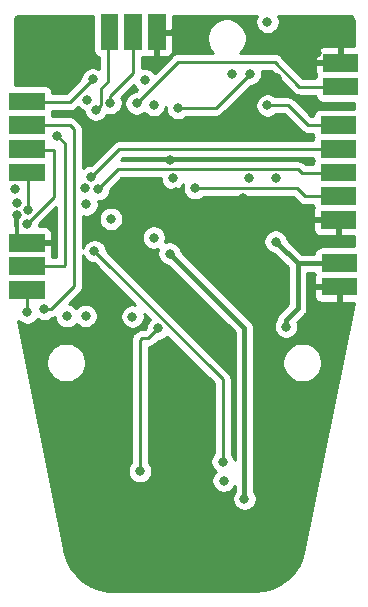
<source format=gbr>
G04 #@! TF.GenerationSoftware,KiCad,Pcbnew,(5.1.5)-3*
G04 #@! TF.CreationDate,2020-09-28T16:56:36+02:00*
G04 #@! TF.ProjectId,MAX30102_Pulse Ox,4d415833-3031-4303-925f-50756c736520,v1.4*
G04 #@! TF.SameCoordinates,Original*
G04 #@! TF.FileFunction,Copper,L4,Bot*
G04 #@! TF.FilePolarity,Positive*
%FSLAX46Y46*%
G04 Gerber Fmt 4.6, Leading zero omitted, Abs format (unit mm)*
G04 Created by KiCad (PCBNEW (5.1.5)-3) date 2020-09-28 16:56:36*
%MOMM*%
%LPD*%
G04 APERTURE LIST*
%ADD10C,0.100000*%
%ADD11C,0.800000*%
%ADD12C,0.304800*%
%ADD13C,0.381000*%
%ADD14C,0.254000*%
G04 APERTURE END LIST*
G04 #@! TA.AperFunction,SMDPad,CuDef*
D10*
G36*
X156550000Y-86150000D02*
G01*
X159550000Y-86150000D01*
X159550000Y-87650000D01*
X156550000Y-87650000D01*
X156550000Y-86150000D01*
G37*
G04 #@! TD.AperFunction*
G04 #@! TA.AperFunction,SMDPad,CuDef*
G36*
X156550000Y-88150000D02*
G01*
X159550000Y-88150000D01*
X159550000Y-89650000D01*
X156550000Y-89650000D01*
X156550000Y-88150000D01*
G37*
G04 #@! TD.AperFunction*
G04 #@! TA.AperFunction,SMDPad,CuDef*
G36*
X156550000Y-90150000D02*
G01*
X159550000Y-90150000D01*
X159550000Y-91650000D01*
X156550000Y-91650000D01*
X156550000Y-90150000D01*
G37*
G04 #@! TD.AperFunction*
G04 #@! TA.AperFunction,SMDPad,CuDef*
G36*
X156550000Y-84150000D02*
G01*
X159550000Y-84150000D01*
X159550000Y-85650000D01*
X156550000Y-85650000D01*
X156550000Y-84150000D01*
G37*
G04 #@! TD.AperFunction*
G04 #@! TA.AperFunction,SMDPad,CuDef*
G36*
X156550000Y-92150000D02*
G01*
X159550000Y-92150000D01*
X159550000Y-93650000D01*
X156550000Y-93650000D01*
X156550000Y-92150000D01*
G37*
G04 #@! TD.AperFunction*
G04 #@! TA.AperFunction,SMDPad,CuDef*
G36*
X141925000Y-78525000D02*
G01*
X141925000Y-75525000D01*
X143425000Y-75525000D01*
X143425000Y-78525000D01*
X141925000Y-78525000D01*
G37*
G04 #@! TD.AperFunction*
G04 #@! TA.AperFunction,SMDPad,CuDef*
G36*
X139925000Y-78525000D02*
G01*
X139925000Y-75525000D01*
X141425000Y-75525000D01*
X141425000Y-78525000D01*
X139925000Y-78525000D01*
G37*
G04 #@! TD.AperFunction*
G04 #@! TA.AperFunction,SMDPad,CuDef*
G36*
X137925000Y-78525000D02*
G01*
X137925000Y-75525000D01*
X139425000Y-75525000D01*
X139425000Y-78525000D01*
X137925000Y-78525000D01*
G37*
G04 #@! TD.AperFunction*
G04 #@! TA.AperFunction,SMDPad,CuDef*
G36*
X133200000Y-99600000D02*
G01*
X130200000Y-99600000D01*
X130200000Y-98100000D01*
X133200000Y-98100000D01*
X133200000Y-99600000D01*
G37*
G04 #@! TD.AperFunction*
G04 #@! TA.AperFunction,SMDPad,CuDef*
G36*
X133200000Y-97600000D02*
G01*
X130200000Y-97600000D01*
X130200000Y-96100000D01*
X133200000Y-96100000D01*
X133200000Y-97600000D01*
G37*
G04 #@! TD.AperFunction*
G04 #@! TA.AperFunction,SMDPad,CuDef*
G36*
X133200000Y-95600000D02*
G01*
X130200000Y-95600000D01*
X130200000Y-94100000D01*
X133200000Y-94100000D01*
X133200000Y-95600000D01*
G37*
G04 #@! TD.AperFunction*
G04 #@! TA.AperFunction,SMDPad,CuDef*
G36*
X133200000Y-87650000D02*
G01*
X130200000Y-87650000D01*
X130200000Y-86150000D01*
X133200000Y-86150000D01*
X133200000Y-87650000D01*
G37*
G04 #@! TD.AperFunction*
G04 #@! TA.AperFunction,SMDPad,CuDef*
G36*
X133200000Y-85650000D02*
G01*
X130200000Y-85650000D01*
X130200000Y-84150000D01*
X133200000Y-84150000D01*
X133200000Y-85650000D01*
G37*
G04 #@! TD.AperFunction*
G04 #@! TA.AperFunction,SMDPad,CuDef*
G36*
X133200000Y-89650000D02*
G01*
X130200000Y-89650000D01*
X130200000Y-88150000D01*
X133200000Y-88150000D01*
X133200000Y-89650000D01*
G37*
G04 #@! TD.AperFunction*
G04 #@! TA.AperFunction,SMDPad,CuDef*
G36*
X133200000Y-83650000D02*
G01*
X130200000Y-83650000D01*
X130200000Y-82150000D01*
X133200000Y-82150000D01*
X133200000Y-83650000D01*
G37*
G04 #@! TD.AperFunction*
G04 #@! TA.AperFunction,SMDPad,CuDef*
G36*
X159750000Y-80375000D02*
G01*
X156750000Y-80375000D01*
X156750000Y-78875000D01*
X159750000Y-78875000D01*
X159750000Y-80375000D01*
G37*
G04 #@! TD.AperFunction*
G04 #@! TA.AperFunction,SMDPad,CuDef*
G36*
X159750000Y-82375000D02*
G01*
X156750000Y-82375000D01*
X156750000Y-80875000D01*
X159750000Y-80875000D01*
X159750000Y-82375000D01*
G37*
G04 #@! TD.AperFunction*
G04 #@! TA.AperFunction,SMDPad,CuDef*
G36*
X156650000Y-95800000D02*
G01*
X159650000Y-95800000D01*
X159650000Y-97300000D01*
X156650000Y-97300000D01*
X156650000Y-95800000D01*
G37*
G04 #@! TD.AperFunction*
G04 #@! TA.AperFunction,SMDPad,CuDef*
G36*
X156650000Y-97800000D02*
G01*
X159650000Y-97800000D01*
X159650000Y-99300000D01*
X156650000Y-99300000D01*
X156650000Y-97800000D01*
G37*
G04 #@! TD.AperFunction*
D11*
X144275000Y-76850000D03*
X136175000Y-79250000D03*
X149975000Y-91100000D03*
X144275000Y-90550000D03*
X130825000Y-92525000D03*
X158500000Y-100700000D03*
X156075000Y-112100000D03*
X134225000Y-112700000D03*
X144975000Y-109850000D03*
X146925000Y-100800000D03*
X156250000Y-78775000D03*
X152900000Y-80875000D03*
X143825493Y-87854661D03*
X155825000Y-94500000D03*
X147975000Y-121850000D03*
X151700000Y-121050000D03*
X138150000Y-121125000D03*
X152050000Y-76150000D03*
X149025000Y-80550000D03*
X148350000Y-114999990D03*
X130649799Y-90316780D03*
X136575000Y-90200000D03*
X144050000Y-89375000D03*
X140625000Y-101100000D03*
X136650000Y-101050000D03*
X135075000Y-101075000D03*
X152750000Y-89400000D03*
X153625000Y-101950000D03*
X152750000Y-94750000D03*
X143775000Y-95775000D03*
X150100000Y-116525000D03*
X145925000Y-90225000D03*
X150575000Y-80525000D03*
X144475000Y-83425000D03*
X142425000Y-83175000D03*
X150500000Y-89329410D03*
X140975000Y-83050000D03*
X137525000Y-83575000D03*
X137125000Y-89300000D03*
X137725000Y-90325000D03*
X136800000Y-82725000D03*
X136725000Y-91600000D03*
X138787500Y-92837500D03*
X141700000Y-81100000D03*
X137400000Y-95575002D03*
X148250000Y-113375000D03*
X142425000Y-94425000D03*
X138750000Y-83000000D03*
X152050000Y-83225000D03*
X131725000Y-100750000D03*
X130825000Y-91450000D03*
X134275000Y-85775000D03*
X131705443Y-93225000D03*
X133175000Y-100450000D03*
X131750000Y-92075000D03*
X137250000Y-81025000D03*
X141250000Y-114200000D03*
X142800000Y-102100000D03*
D12*
X130775000Y-95125000D02*
X130825000Y-95075000D01*
X130825000Y-93090685D02*
X130825000Y-92525000D01*
X130825000Y-95075000D02*
X130825000Y-93090685D01*
D13*
X152750000Y-94750000D02*
X152750000Y-94750000D01*
X154600000Y-96600000D02*
X158600000Y-96600000D01*
X154600000Y-100409315D02*
X154600000Y-96600000D01*
X153625000Y-101384315D02*
X154600000Y-100409315D01*
X153625000Y-101950000D02*
X153625000Y-101384315D01*
X152750000Y-94750000D02*
X154600000Y-96600000D01*
X150100000Y-102100000D02*
X150100000Y-115959315D01*
X150100000Y-115959315D02*
X150100000Y-116525000D01*
X143775000Y-95775000D02*
X150100000Y-102100000D01*
D14*
X155225000Y-90925000D02*
X157875000Y-90925000D01*
X154550000Y-90250000D02*
X155225000Y-90925000D01*
X145925000Y-90225000D02*
X145950000Y-90250000D01*
X145950000Y-90250000D02*
X154550000Y-90250000D01*
X147675000Y-83425000D02*
X144475000Y-83425000D01*
X150575000Y-80525000D02*
X147675000Y-83425000D01*
X141374999Y-82650001D02*
X140975000Y-83050000D01*
X158150000Y-81625000D02*
X154750000Y-81625000D01*
X154750000Y-81625000D02*
X152650000Y-79525000D01*
X144500000Y-79525000D02*
X141374999Y-82650001D01*
X152650000Y-79525000D02*
X144500000Y-79525000D01*
X137924999Y-83175001D02*
X137525000Y-83575000D01*
X137924999Y-81800001D02*
X137924999Y-83175001D01*
X138575001Y-77274999D02*
X138550000Y-77300000D01*
X138550000Y-81175000D02*
X137924999Y-81800001D01*
X138550000Y-77300000D02*
X138550000Y-81175000D01*
X137125000Y-89300000D02*
X139500000Y-86925000D01*
X139500000Y-86925000D02*
X157975000Y-86925000D01*
X154650000Y-88650000D02*
X154950000Y-88950000D01*
X139375000Y-88650000D02*
X154650000Y-88650000D01*
X137725000Y-90325000D02*
X138504401Y-89545599D01*
X154950000Y-88950000D02*
X157925000Y-88950000D01*
X138504401Y-89520599D02*
X139375000Y-88650000D01*
X138504401Y-89545599D02*
X138504401Y-89520599D01*
X148250000Y-112809315D02*
X148250000Y-113375000D01*
X148250000Y-106425002D02*
X148250000Y-112809315D01*
X137400000Y-95575002D02*
X148250000Y-106425002D01*
X138750000Y-82434315D02*
X140700000Y-80484315D01*
X138750000Y-83000000D02*
X138750000Y-82434315D01*
X140700000Y-80484315D02*
X140700000Y-77675000D01*
X152615685Y-83225000D02*
X152050000Y-83225000D01*
X158300000Y-84875000D02*
X155450000Y-84875000D01*
X153800000Y-83225000D02*
X152615685Y-83225000D01*
X155450000Y-84875000D02*
X153800000Y-83225000D01*
X131725000Y-100750000D02*
X131725000Y-98925000D01*
X134825000Y-96850000D02*
X132175000Y-96850000D01*
X134950000Y-96725000D02*
X134825000Y-96850000D01*
X134275000Y-85775000D02*
X134950000Y-86450000D01*
X134950000Y-86450000D02*
X134950000Y-96725000D01*
X133975000Y-86975000D02*
X133975000Y-90955443D01*
X132000000Y-86975000D02*
X133975000Y-86975000D01*
X133975000Y-90955443D02*
X131705443Y-93225000D01*
X135300000Y-84900000D02*
X131575000Y-84900000D01*
X135650000Y-85250000D02*
X135300000Y-84900000D01*
X135650000Y-98540685D02*
X135650000Y-85250000D01*
X133175000Y-100450000D02*
X133740685Y-100450000D01*
X133740685Y-100450000D02*
X135650000Y-98540685D01*
X131750000Y-91509315D02*
X131750000Y-92075000D01*
X131874999Y-88925001D02*
X131750000Y-89050000D01*
X131750000Y-89050000D02*
X131750000Y-91509315D01*
X135325000Y-82950000D02*
X136850001Y-81424999D01*
X136850001Y-81424999D02*
X137250000Y-81025000D01*
X131850000Y-82950000D02*
X135325000Y-82950000D01*
X141400000Y-102925000D02*
X141975000Y-102925000D01*
X141250000Y-114200000D02*
X141250000Y-103075000D01*
X141975000Y-102925000D02*
X142800000Y-102100000D01*
X141250000Y-103075000D02*
X141400000Y-102925000D01*
G36*
X143015000Y-89476939D02*
G01*
X143054774Y-89676898D01*
X143132795Y-89865256D01*
X143246063Y-90034774D01*
X143390226Y-90178937D01*
X143559744Y-90292205D01*
X143748102Y-90370226D01*
X143948061Y-90410000D01*
X144151939Y-90410000D01*
X144351898Y-90370226D01*
X144540256Y-90292205D01*
X144709774Y-90178937D01*
X144853937Y-90034774D01*
X144931764Y-89918297D01*
X144929774Y-89923102D01*
X144890000Y-90123061D01*
X144890000Y-90326939D01*
X144929774Y-90526898D01*
X145007795Y-90715256D01*
X145121063Y-90884774D01*
X145265226Y-91028937D01*
X145434744Y-91142205D01*
X145623102Y-91220226D01*
X145823061Y-91260000D01*
X146026939Y-91260000D01*
X146226898Y-91220226D01*
X146415256Y-91142205D01*
X146584774Y-91028937D01*
X146601711Y-91012000D01*
X154234370Y-91012000D01*
X154659720Y-91437351D01*
X154683578Y-91466422D01*
X154799608Y-91561645D01*
X154931985Y-91632402D01*
X155075622Y-91675974D01*
X155187574Y-91687000D01*
X155187576Y-91687000D01*
X155224999Y-91690686D01*
X155262422Y-91687000D01*
X155915572Y-91687000D01*
X155924188Y-91774482D01*
X155960498Y-91894180D01*
X155963609Y-91900000D01*
X155960498Y-91905820D01*
X155924188Y-92025518D01*
X155911928Y-92150000D01*
X155911928Y-92773000D01*
X157923000Y-92773000D01*
X157923000Y-92753000D01*
X158177000Y-92753000D01*
X158177000Y-92773000D01*
X158197000Y-92773000D01*
X158197000Y-93027000D01*
X158177000Y-93027000D01*
X158177000Y-94288072D01*
X159340001Y-94288072D01*
X159340001Y-95161928D01*
X156650000Y-95161928D01*
X156525518Y-95174188D01*
X156405820Y-95210498D01*
X156295506Y-95269463D01*
X156198815Y-95348815D01*
X156119463Y-95445506D01*
X156060498Y-95555820D01*
X156024188Y-95675518D01*
X156014439Y-95774500D01*
X154941933Y-95774500D01*
X153777429Y-94609996D01*
X153745226Y-94448102D01*
X153667205Y-94259744D01*
X153553937Y-94090226D01*
X153409774Y-93946063D01*
X153240256Y-93832795D01*
X153051898Y-93754774D01*
X152851939Y-93715000D01*
X152648061Y-93715000D01*
X152448102Y-93754774D01*
X152259744Y-93832795D01*
X152090226Y-93946063D01*
X151946063Y-94090226D01*
X151832795Y-94259744D01*
X151754774Y-94448102D01*
X151715000Y-94648061D01*
X151715000Y-94851939D01*
X151754774Y-95051898D01*
X151832795Y-95240256D01*
X151946063Y-95409774D01*
X152090226Y-95553937D01*
X152259744Y-95667205D01*
X152448102Y-95745226D01*
X152609996Y-95777429D01*
X153774501Y-96941934D01*
X153774500Y-100067382D01*
X153069961Y-100771922D01*
X153038460Y-100797774D01*
X153012609Y-100829274D01*
X152935301Y-100923473D01*
X152885348Y-101016928D01*
X152858647Y-101066881D01*
X152811444Y-101222489D01*
X152801956Y-101318821D01*
X152707795Y-101459744D01*
X152629774Y-101648102D01*
X152590000Y-101848061D01*
X152590000Y-102051939D01*
X152629774Y-102251898D01*
X152707795Y-102440256D01*
X152821063Y-102609774D01*
X152965226Y-102753937D01*
X153134744Y-102867205D01*
X153323102Y-102945226D01*
X153523061Y-102985000D01*
X153726939Y-102985000D01*
X153926898Y-102945226D01*
X154115256Y-102867205D01*
X154284774Y-102753937D01*
X154428937Y-102609774D01*
X154542205Y-102440256D01*
X154620226Y-102251898D01*
X154660000Y-102051939D01*
X154660000Y-101848061D01*
X154620226Y-101648102D01*
X154593403Y-101583345D01*
X155155040Y-101021708D01*
X155186541Y-100995856D01*
X155245944Y-100923473D01*
X155289699Y-100870158D01*
X155316399Y-100820204D01*
X155366353Y-100726749D01*
X155413556Y-100571141D01*
X155425500Y-100449868D01*
X155425500Y-100449866D01*
X155429494Y-100409316D01*
X155425500Y-100368765D01*
X155425500Y-98677000D01*
X156011928Y-98677000D01*
X156011928Y-99300000D01*
X156024188Y-99424482D01*
X156060498Y-99544180D01*
X156119463Y-99654494D01*
X156198815Y-99751185D01*
X156295506Y-99830537D01*
X156405820Y-99889502D01*
X156525518Y-99925812D01*
X156650000Y-99938072D01*
X158023000Y-99938072D01*
X158023000Y-98677000D01*
X156011928Y-98677000D01*
X155425500Y-98677000D01*
X155425500Y-97425500D01*
X156024497Y-97425500D01*
X156060498Y-97544180D01*
X156063609Y-97550000D01*
X156060498Y-97555820D01*
X156024188Y-97675518D01*
X156011928Y-97800000D01*
X156011928Y-98423000D01*
X158023000Y-98423000D01*
X158023000Y-98403000D01*
X158277000Y-98403000D01*
X158277000Y-98423000D01*
X158297000Y-98423000D01*
X158297000Y-98677000D01*
X158277000Y-98677000D01*
X158277000Y-99938072D01*
X159339272Y-99938072D01*
X155178113Y-120678588D01*
X154990627Y-121456002D01*
X154687033Y-122145680D01*
X154266108Y-122770694D01*
X153741155Y-123311291D01*
X153128766Y-123750382D01*
X152448303Y-124074088D01*
X151721265Y-124272180D01*
X150944438Y-124340706D01*
X150911011Y-124340347D01*
X150907565Y-124340007D01*
X138512990Y-124337270D01*
X137784472Y-124184369D01*
X137085701Y-123901293D01*
X136448109Y-123498954D01*
X135891837Y-122990061D01*
X135434477Y-122390704D01*
X135090481Y-121719832D01*
X134864718Y-120978935D01*
X134829116Y-120783119D01*
X134828542Y-120777352D01*
X131639880Y-104834042D01*
X133315000Y-104834042D01*
X133315000Y-105165958D01*
X133379754Y-105491496D01*
X133506772Y-105798147D01*
X133691175Y-106074125D01*
X133925875Y-106308825D01*
X134201853Y-106493228D01*
X134508504Y-106620246D01*
X134834042Y-106685000D01*
X135165958Y-106685000D01*
X135491496Y-106620246D01*
X135798147Y-106493228D01*
X136074125Y-106308825D01*
X136308825Y-106074125D01*
X136493228Y-105798147D01*
X136620246Y-105491496D01*
X136685000Y-105165958D01*
X136685000Y-104834042D01*
X136620246Y-104508504D01*
X136493228Y-104201853D01*
X136308825Y-103925875D01*
X136074125Y-103691175D01*
X135798147Y-103506772D01*
X135491496Y-103379754D01*
X135165958Y-103315000D01*
X134834042Y-103315000D01*
X134508504Y-103379754D01*
X134201853Y-103506772D01*
X133925875Y-103691175D01*
X133691175Y-103925875D01*
X133506772Y-104201853D01*
X133379754Y-104508504D01*
X133315000Y-104834042D01*
X131639880Y-104834042D01*
X130963516Y-101452227D01*
X131065226Y-101553937D01*
X131234744Y-101667205D01*
X131423102Y-101745226D01*
X131623061Y-101785000D01*
X131826939Y-101785000D01*
X132026898Y-101745226D01*
X132215256Y-101667205D01*
X132384774Y-101553937D01*
X132528937Y-101409774D01*
X132596692Y-101308371D01*
X132684744Y-101367205D01*
X132873102Y-101445226D01*
X133073061Y-101485000D01*
X133276939Y-101485000D01*
X133476898Y-101445226D01*
X133665256Y-101367205D01*
X133834774Y-101253937D01*
X133887483Y-101201228D01*
X133890063Y-101200974D01*
X134033700Y-101157402D01*
X134040000Y-101154035D01*
X134040000Y-101176939D01*
X134079774Y-101376898D01*
X134157795Y-101565256D01*
X134271063Y-101734774D01*
X134415226Y-101878937D01*
X134584744Y-101992205D01*
X134773102Y-102070226D01*
X134973061Y-102110000D01*
X135176939Y-102110000D01*
X135376898Y-102070226D01*
X135565256Y-101992205D01*
X135734774Y-101878937D01*
X135875000Y-101738711D01*
X135990226Y-101853937D01*
X136159744Y-101967205D01*
X136348102Y-102045226D01*
X136548061Y-102085000D01*
X136751939Y-102085000D01*
X136951898Y-102045226D01*
X137140256Y-101967205D01*
X137309774Y-101853937D01*
X137453937Y-101709774D01*
X137567205Y-101540256D01*
X137645226Y-101351898D01*
X137685000Y-101151939D01*
X137685000Y-100948061D01*
X137645226Y-100748102D01*
X137567205Y-100559744D01*
X137453937Y-100390226D01*
X137309774Y-100246063D01*
X137140256Y-100132795D01*
X136951898Y-100054774D01*
X136751939Y-100015000D01*
X136548061Y-100015000D01*
X136348102Y-100054774D01*
X136159744Y-100132795D01*
X135990226Y-100246063D01*
X135850000Y-100386289D01*
X135734774Y-100271063D01*
X135565256Y-100157795D01*
X135376898Y-100079774D01*
X135219792Y-100048524D01*
X136162353Y-99105963D01*
X136191422Y-99082107D01*
X136286645Y-98966077D01*
X136357402Y-98833700D01*
X136400974Y-98690063D01*
X136412000Y-98578111D01*
X136412000Y-98578109D01*
X136415686Y-98540686D01*
X136412000Y-98503263D01*
X136412000Y-95894345D01*
X136482795Y-96065258D01*
X136596063Y-96234776D01*
X136740226Y-96378939D01*
X136909744Y-96492207D01*
X137098102Y-96570228D01*
X137298061Y-96610002D01*
X137357370Y-96610002D01*
X140833580Y-100086212D01*
X140726939Y-100065000D01*
X140523061Y-100065000D01*
X140323102Y-100104774D01*
X140134744Y-100182795D01*
X139965226Y-100296063D01*
X139821063Y-100440226D01*
X139707795Y-100609744D01*
X139629774Y-100798102D01*
X139590000Y-100998061D01*
X139590000Y-101201939D01*
X139629774Y-101401898D01*
X139707795Y-101590256D01*
X139821063Y-101759774D01*
X139965226Y-101903937D01*
X140134744Y-102017205D01*
X140323102Y-102095226D01*
X140523061Y-102135000D01*
X140726939Y-102135000D01*
X140926898Y-102095226D01*
X141115256Y-102017205D01*
X141284774Y-101903937D01*
X141428937Y-101759774D01*
X141542205Y-101590256D01*
X141620226Y-101401898D01*
X141660000Y-101201939D01*
X141660000Y-100998061D01*
X141638788Y-100891420D01*
X142091828Y-101344461D01*
X141996063Y-101440226D01*
X141882795Y-101609744D01*
X141804774Y-101798102D01*
X141765000Y-101998061D01*
X141765000Y-102057370D01*
X141659370Y-102163000D01*
X141437422Y-102163000D01*
X141399999Y-102159314D01*
X141362576Y-102163000D01*
X141362574Y-102163000D01*
X141250622Y-102174026D01*
X141106985Y-102217598D01*
X140974608Y-102288355D01*
X140858578Y-102383578D01*
X140834716Y-102412654D01*
X140737649Y-102509721D01*
X140708579Y-102533578D01*
X140684722Y-102562648D01*
X140684721Y-102562649D01*
X140613355Y-102649608D01*
X140542599Y-102781985D01*
X140499027Y-102925622D01*
X140484314Y-103075000D01*
X140488001Y-103112433D01*
X140488000Y-113498289D01*
X140446063Y-113540226D01*
X140332795Y-113709744D01*
X140254774Y-113898102D01*
X140215000Y-114098061D01*
X140215000Y-114301939D01*
X140254774Y-114501898D01*
X140332795Y-114690256D01*
X140446063Y-114859774D01*
X140590226Y-115003937D01*
X140759744Y-115117205D01*
X140948102Y-115195226D01*
X141148061Y-115235000D01*
X141351939Y-115235000D01*
X141551898Y-115195226D01*
X141740256Y-115117205D01*
X141909774Y-115003937D01*
X142053937Y-114859774D01*
X142167205Y-114690256D01*
X142245226Y-114501898D01*
X142285000Y-114301939D01*
X142285000Y-114098061D01*
X142245226Y-113898102D01*
X142167205Y-113709744D01*
X142053937Y-113540226D01*
X142012000Y-113498289D01*
X142012000Y-103687042D01*
X142012423Y-103687000D01*
X142012426Y-103687000D01*
X142124378Y-103675974D01*
X142268015Y-103632402D01*
X142400392Y-103561645D01*
X142516422Y-103466422D01*
X142540284Y-103437347D01*
X142842630Y-103135000D01*
X142901939Y-103135000D01*
X143101898Y-103095226D01*
X143290256Y-103017205D01*
X143459774Y-102903937D01*
X143555539Y-102808172D01*
X147488000Y-106740633D01*
X147488001Y-112673288D01*
X147446063Y-112715226D01*
X147332795Y-112884744D01*
X147254774Y-113073102D01*
X147215000Y-113273061D01*
X147215000Y-113476939D01*
X147254774Y-113676898D01*
X147332795Y-113865256D01*
X147446063Y-114034774D01*
X147590226Y-114178937D01*
X147660432Y-114225847D01*
X147546063Y-114340216D01*
X147432795Y-114509734D01*
X147354774Y-114698092D01*
X147315000Y-114898051D01*
X147315000Y-115101929D01*
X147354774Y-115301888D01*
X147432795Y-115490246D01*
X147546063Y-115659764D01*
X147690226Y-115803927D01*
X147859744Y-115917195D01*
X148048102Y-115995216D01*
X148248061Y-116034990D01*
X148451939Y-116034990D01*
X148651898Y-115995216D01*
X148840256Y-115917195D01*
X149009774Y-115803927D01*
X149153937Y-115659764D01*
X149267205Y-115490246D01*
X149274501Y-115472632D01*
X149274501Y-115897496D01*
X149182795Y-116034744D01*
X149104774Y-116223102D01*
X149065000Y-116423061D01*
X149065000Y-116626939D01*
X149104774Y-116826898D01*
X149182795Y-117015256D01*
X149296063Y-117184774D01*
X149440226Y-117328937D01*
X149609744Y-117442205D01*
X149798102Y-117520226D01*
X149998061Y-117560000D01*
X150201939Y-117560000D01*
X150401898Y-117520226D01*
X150590256Y-117442205D01*
X150759774Y-117328937D01*
X150903937Y-117184774D01*
X151017205Y-117015256D01*
X151095226Y-116826898D01*
X151135000Y-116626939D01*
X151135000Y-116423061D01*
X151095226Y-116223102D01*
X151017205Y-116034744D01*
X150925500Y-115897497D01*
X150925500Y-104834042D01*
X153315000Y-104834042D01*
X153315000Y-105165958D01*
X153379754Y-105491496D01*
X153506772Y-105798147D01*
X153691175Y-106074125D01*
X153925875Y-106308825D01*
X154201853Y-106493228D01*
X154508504Y-106620246D01*
X154834042Y-106685000D01*
X155165958Y-106685000D01*
X155491496Y-106620246D01*
X155798147Y-106493228D01*
X156074125Y-106308825D01*
X156308825Y-106074125D01*
X156493228Y-105798147D01*
X156620246Y-105491496D01*
X156685000Y-105165958D01*
X156685000Y-104834042D01*
X156620246Y-104508504D01*
X156493228Y-104201853D01*
X156308825Y-103925875D01*
X156074125Y-103691175D01*
X155798147Y-103506772D01*
X155491496Y-103379754D01*
X155165958Y-103315000D01*
X154834042Y-103315000D01*
X154508504Y-103379754D01*
X154201853Y-103506772D01*
X153925875Y-103691175D01*
X153691175Y-103925875D01*
X153506772Y-104201853D01*
X153379754Y-104508504D01*
X153315000Y-104834042D01*
X150925500Y-104834042D01*
X150925500Y-102140550D01*
X150929494Y-102100000D01*
X150925500Y-102059447D01*
X150913556Y-101938174D01*
X150866353Y-101782566D01*
X150846394Y-101745226D01*
X150789699Y-101639157D01*
X150712392Y-101544958D01*
X150712389Y-101544955D01*
X150686541Y-101513459D01*
X150655046Y-101487612D01*
X144802429Y-95634996D01*
X144770226Y-95473102D01*
X144692205Y-95284744D01*
X144578937Y-95115226D01*
X144434774Y-94971063D01*
X144265256Y-94857795D01*
X144076898Y-94779774D01*
X143876939Y-94740000D01*
X143673061Y-94740000D01*
X143473102Y-94779774D01*
X143382837Y-94817163D01*
X143420226Y-94726898D01*
X143460000Y-94526939D01*
X143460000Y-94323061D01*
X143420226Y-94123102D01*
X143342205Y-93934744D01*
X143228937Y-93765226D01*
X143084774Y-93621063D01*
X142915256Y-93507795D01*
X142726898Y-93429774D01*
X142526939Y-93390000D01*
X142323061Y-93390000D01*
X142123102Y-93429774D01*
X141934744Y-93507795D01*
X141765226Y-93621063D01*
X141621063Y-93765226D01*
X141507795Y-93934744D01*
X141429774Y-94123102D01*
X141390000Y-94323061D01*
X141390000Y-94526939D01*
X141429774Y-94726898D01*
X141507795Y-94915256D01*
X141621063Y-95084774D01*
X141765226Y-95228937D01*
X141934744Y-95342205D01*
X142123102Y-95420226D01*
X142323061Y-95460000D01*
X142526939Y-95460000D01*
X142726898Y-95420226D01*
X142817163Y-95382837D01*
X142779774Y-95473102D01*
X142740000Y-95673061D01*
X142740000Y-95876939D01*
X142779774Y-96076898D01*
X142857795Y-96265256D01*
X142971063Y-96434774D01*
X143115226Y-96578937D01*
X143284744Y-96692205D01*
X143473102Y-96770226D01*
X143634996Y-96802429D01*
X149274500Y-102441934D01*
X149274501Y-113220278D01*
X149245226Y-113073102D01*
X149167205Y-112884744D01*
X149053937Y-112715226D01*
X149012000Y-112673289D01*
X149012000Y-106462424D01*
X149015686Y-106425001D01*
X149012000Y-106387576D01*
X149000974Y-106275624D01*
X148957402Y-106131987D01*
X148886645Y-105999610D01*
X148791422Y-105883580D01*
X148762353Y-105859724D01*
X138435000Y-95532372D01*
X138435000Y-95473063D01*
X138395226Y-95273104D01*
X138317205Y-95084746D01*
X138203937Y-94915228D01*
X138059774Y-94771065D01*
X137890256Y-94657797D01*
X137701898Y-94579776D01*
X137501939Y-94540002D01*
X137298061Y-94540002D01*
X137098102Y-94579776D01*
X136909744Y-94657797D01*
X136740226Y-94771065D01*
X136596063Y-94915228D01*
X136482795Y-95084746D01*
X136412000Y-95255659D01*
X136412000Y-92735561D01*
X137752500Y-92735561D01*
X137752500Y-92939439D01*
X137792274Y-93139398D01*
X137870295Y-93327756D01*
X137983563Y-93497274D01*
X138127726Y-93641437D01*
X138297244Y-93754705D01*
X138485602Y-93832726D01*
X138685561Y-93872500D01*
X138889439Y-93872500D01*
X139089398Y-93832726D01*
X139277756Y-93754705D01*
X139447274Y-93641437D01*
X139591437Y-93497274D01*
X139704705Y-93327756D01*
X139782726Y-93139398D01*
X139805083Y-93027000D01*
X155911928Y-93027000D01*
X155911928Y-93650000D01*
X155924188Y-93774482D01*
X155960498Y-93894180D01*
X156019463Y-94004494D01*
X156098815Y-94101185D01*
X156195506Y-94180537D01*
X156305820Y-94239502D01*
X156425518Y-94275812D01*
X156550000Y-94288072D01*
X157923000Y-94288072D01*
X157923000Y-93027000D01*
X155911928Y-93027000D01*
X139805083Y-93027000D01*
X139822500Y-92939439D01*
X139822500Y-92735561D01*
X139782726Y-92535602D01*
X139704705Y-92347244D01*
X139591437Y-92177726D01*
X139447274Y-92033563D01*
X139277756Y-91920295D01*
X139089398Y-91842274D01*
X138889439Y-91802500D01*
X138685561Y-91802500D01*
X138485602Y-91842274D01*
X138297244Y-91920295D01*
X138127726Y-92033563D01*
X137983563Y-92177726D01*
X137870295Y-92347244D01*
X137792274Y-92535602D01*
X137752500Y-92735561D01*
X136412000Y-92735561D01*
X136412000Y-92590627D01*
X136423102Y-92595226D01*
X136623061Y-92635000D01*
X136826939Y-92635000D01*
X137026898Y-92595226D01*
X137215256Y-92517205D01*
X137384774Y-92403937D01*
X137528937Y-92259774D01*
X137642205Y-92090256D01*
X137720226Y-91901898D01*
X137760000Y-91701939D01*
X137760000Y-91498061D01*
X137732538Y-91360000D01*
X137826939Y-91360000D01*
X138026898Y-91320226D01*
X138215256Y-91242205D01*
X138384774Y-91128937D01*
X138528937Y-90984774D01*
X138642205Y-90815256D01*
X138720226Y-90626898D01*
X138760000Y-90426939D01*
X138760000Y-90367631D01*
X139016754Y-90110877D01*
X139045823Y-90087021D01*
X139141046Y-89970991D01*
X139151848Y-89950782D01*
X139690631Y-89412000D01*
X143015000Y-89412000D01*
X143015000Y-89476939D01*
G37*
X143015000Y-89476939D02*
X143054774Y-89676898D01*
X143132795Y-89865256D01*
X143246063Y-90034774D01*
X143390226Y-90178937D01*
X143559744Y-90292205D01*
X143748102Y-90370226D01*
X143948061Y-90410000D01*
X144151939Y-90410000D01*
X144351898Y-90370226D01*
X144540256Y-90292205D01*
X144709774Y-90178937D01*
X144853937Y-90034774D01*
X144931764Y-89918297D01*
X144929774Y-89923102D01*
X144890000Y-90123061D01*
X144890000Y-90326939D01*
X144929774Y-90526898D01*
X145007795Y-90715256D01*
X145121063Y-90884774D01*
X145265226Y-91028937D01*
X145434744Y-91142205D01*
X145623102Y-91220226D01*
X145823061Y-91260000D01*
X146026939Y-91260000D01*
X146226898Y-91220226D01*
X146415256Y-91142205D01*
X146584774Y-91028937D01*
X146601711Y-91012000D01*
X154234370Y-91012000D01*
X154659720Y-91437351D01*
X154683578Y-91466422D01*
X154799608Y-91561645D01*
X154931985Y-91632402D01*
X155075622Y-91675974D01*
X155187574Y-91687000D01*
X155187576Y-91687000D01*
X155224999Y-91690686D01*
X155262422Y-91687000D01*
X155915572Y-91687000D01*
X155924188Y-91774482D01*
X155960498Y-91894180D01*
X155963609Y-91900000D01*
X155960498Y-91905820D01*
X155924188Y-92025518D01*
X155911928Y-92150000D01*
X155911928Y-92773000D01*
X157923000Y-92773000D01*
X157923000Y-92753000D01*
X158177000Y-92753000D01*
X158177000Y-92773000D01*
X158197000Y-92773000D01*
X158197000Y-93027000D01*
X158177000Y-93027000D01*
X158177000Y-94288072D01*
X159340001Y-94288072D01*
X159340001Y-95161928D01*
X156650000Y-95161928D01*
X156525518Y-95174188D01*
X156405820Y-95210498D01*
X156295506Y-95269463D01*
X156198815Y-95348815D01*
X156119463Y-95445506D01*
X156060498Y-95555820D01*
X156024188Y-95675518D01*
X156014439Y-95774500D01*
X154941933Y-95774500D01*
X153777429Y-94609996D01*
X153745226Y-94448102D01*
X153667205Y-94259744D01*
X153553937Y-94090226D01*
X153409774Y-93946063D01*
X153240256Y-93832795D01*
X153051898Y-93754774D01*
X152851939Y-93715000D01*
X152648061Y-93715000D01*
X152448102Y-93754774D01*
X152259744Y-93832795D01*
X152090226Y-93946063D01*
X151946063Y-94090226D01*
X151832795Y-94259744D01*
X151754774Y-94448102D01*
X151715000Y-94648061D01*
X151715000Y-94851939D01*
X151754774Y-95051898D01*
X151832795Y-95240256D01*
X151946063Y-95409774D01*
X152090226Y-95553937D01*
X152259744Y-95667205D01*
X152448102Y-95745226D01*
X152609996Y-95777429D01*
X153774501Y-96941934D01*
X153774500Y-100067382D01*
X153069961Y-100771922D01*
X153038460Y-100797774D01*
X153012609Y-100829274D01*
X152935301Y-100923473D01*
X152885348Y-101016928D01*
X152858647Y-101066881D01*
X152811444Y-101222489D01*
X152801956Y-101318821D01*
X152707795Y-101459744D01*
X152629774Y-101648102D01*
X152590000Y-101848061D01*
X152590000Y-102051939D01*
X152629774Y-102251898D01*
X152707795Y-102440256D01*
X152821063Y-102609774D01*
X152965226Y-102753937D01*
X153134744Y-102867205D01*
X153323102Y-102945226D01*
X153523061Y-102985000D01*
X153726939Y-102985000D01*
X153926898Y-102945226D01*
X154115256Y-102867205D01*
X154284774Y-102753937D01*
X154428937Y-102609774D01*
X154542205Y-102440256D01*
X154620226Y-102251898D01*
X154660000Y-102051939D01*
X154660000Y-101848061D01*
X154620226Y-101648102D01*
X154593403Y-101583345D01*
X155155040Y-101021708D01*
X155186541Y-100995856D01*
X155245944Y-100923473D01*
X155289699Y-100870158D01*
X155316399Y-100820204D01*
X155366353Y-100726749D01*
X155413556Y-100571141D01*
X155425500Y-100449868D01*
X155425500Y-100449866D01*
X155429494Y-100409316D01*
X155425500Y-100368765D01*
X155425500Y-98677000D01*
X156011928Y-98677000D01*
X156011928Y-99300000D01*
X156024188Y-99424482D01*
X156060498Y-99544180D01*
X156119463Y-99654494D01*
X156198815Y-99751185D01*
X156295506Y-99830537D01*
X156405820Y-99889502D01*
X156525518Y-99925812D01*
X156650000Y-99938072D01*
X158023000Y-99938072D01*
X158023000Y-98677000D01*
X156011928Y-98677000D01*
X155425500Y-98677000D01*
X155425500Y-97425500D01*
X156024497Y-97425500D01*
X156060498Y-97544180D01*
X156063609Y-97550000D01*
X156060498Y-97555820D01*
X156024188Y-97675518D01*
X156011928Y-97800000D01*
X156011928Y-98423000D01*
X158023000Y-98423000D01*
X158023000Y-98403000D01*
X158277000Y-98403000D01*
X158277000Y-98423000D01*
X158297000Y-98423000D01*
X158297000Y-98677000D01*
X158277000Y-98677000D01*
X158277000Y-99938072D01*
X159339272Y-99938072D01*
X155178113Y-120678588D01*
X154990627Y-121456002D01*
X154687033Y-122145680D01*
X154266108Y-122770694D01*
X153741155Y-123311291D01*
X153128766Y-123750382D01*
X152448303Y-124074088D01*
X151721265Y-124272180D01*
X150944438Y-124340706D01*
X150911011Y-124340347D01*
X150907565Y-124340007D01*
X138512990Y-124337270D01*
X137784472Y-124184369D01*
X137085701Y-123901293D01*
X136448109Y-123498954D01*
X135891837Y-122990061D01*
X135434477Y-122390704D01*
X135090481Y-121719832D01*
X134864718Y-120978935D01*
X134829116Y-120783119D01*
X134828542Y-120777352D01*
X131639880Y-104834042D01*
X133315000Y-104834042D01*
X133315000Y-105165958D01*
X133379754Y-105491496D01*
X133506772Y-105798147D01*
X133691175Y-106074125D01*
X133925875Y-106308825D01*
X134201853Y-106493228D01*
X134508504Y-106620246D01*
X134834042Y-106685000D01*
X135165958Y-106685000D01*
X135491496Y-106620246D01*
X135798147Y-106493228D01*
X136074125Y-106308825D01*
X136308825Y-106074125D01*
X136493228Y-105798147D01*
X136620246Y-105491496D01*
X136685000Y-105165958D01*
X136685000Y-104834042D01*
X136620246Y-104508504D01*
X136493228Y-104201853D01*
X136308825Y-103925875D01*
X136074125Y-103691175D01*
X135798147Y-103506772D01*
X135491496Y-103379754D01*
X135165958Y-103315000D01*
X134834042Y-103315000D01*
X134508504Y-103379754D01*
X134201853Y-103506772D01*
X133925875Y-103691175D01*
X133691175Y-103925875D01*
X133506772Y-104201853D01*
X133379754Y-104508504D01*
X133315000Y-104834042D01*
X131639880Y-104834042D01*
X130963516Y-101452227D01*
X131065226Y-101553937D01*
X131234744Y-101667205D01*
X131423102Y-101745226D01*
X131623061Y-101785000D01*
X131826939Y-101785000D01*
X132026898Y-101745226D01*
X132215256Y-101667205D01*
X132384774Y-101553937D01*
X132528937Y-101409774D01*
X132596692Y-101308371D01*
X132684744Y-101367205D01*
X132873102Y-101445226D01*
X133073061Y-101485000D01*
X133276939Y-101485000D01*
X133476898Y-101445226D01*
X133665256Y-101367205D01*
X133834774Y-101253937D01*
X133887483Y-101201228D01*
X133890063Y-101200974D01*
X134033700Y-101157402D01*
X134040000Y-101154035D01*
X134040000Y-101176939D01*
X134079774Y-101376898D01*
X134157795Y-101565256D01*
X134271063Y-101734774D01*
X134415226Y-101878937D01*
X134584744Y-101992205D01*
X134773102Y-102070226D01*
X134973061Y-102110000D01*
X135176939Y-102110000D01*
X135376898Y-102070226D01*
X135565256Y-101992205D01*
X135734774Y-101878937D01*
X135875000Y-101738711D01*
X135990226Y-101853937D01*
X136159744Y-101967205D01*
X136348102Y-102045226D01*
X136548061Y-102085000D01*
X136751939Y-102085000D01*
X136951898Y-102045226D01*
X137140256Y-101967205D01*
X137309774Y-101853937D01*
X137453937Y-101709774D01*
X137567205Y-101540256D01*
X137645226Y-101351898D01*
X137685000Y-101151939D01*
X137685000Y-100948061D01*
X137645226Y-100748102D01*
X137567205Y-100559744D01*
X137453937Y-100390226D01*
X137309774Y-100246063D01*
X137140256Y-100132795D01*
X136951898Y-100054774D01*
X136751939Y-100015000D01*
X136548061Y-100015000D01*
X136348102Y-100054774D01*
X136159744Y-100132795D01*
X135990226Y-100246063D01*
X135850000Y-100386289D01*
X135734774Y-100271063D01*
X135565256Y-100157795D01*
X135376898Y-100079774D01*
X135219792Y-100048524D01*
X136162353Y-99105963D01*
X136191422Y-99082107D01*
X136286645Y-98966077D01*
X136357402Y-98833700D01*
X136400974Y-98690063D01*
X136412000Y-98578111D01*
X136412000Y-98578109D01*
X136415686Y-98540686D01*
X136412000Y-98503263D01*
X136412000Y-95894345D01*
X136482795Y-96065258D01*
X136596063Y-96234776D01*
X136740226Y-96378939D01*
X136909744Y-96492207D01*
X137098102Y-96570228D01*
X137298061Y-96610002D01*
X137357370Y-96610002D01*
X140833580Y-100086212D01*
X140726939Y-100065000D01*
X140523061Y-100065000D01*
X140323102Y-100104774D01*
X140134744Y-100182795D01*
X139965226Y-100296063D01*
X139821063Y-100440226D01*
X139707795Y-100609744D01*
X139629774Y-100798102D01*
X139590000Y-100998061D01*
X139590000Y-101201939D01*
X139629774Y-101401898D01*
X139707795Y-101590256D01*
X139821063Y-101759774D01*
X139965226Y-101903937D01*
X140134744Y-102017205D01*
X140323102Y-102095226D01*
X140523061Y-102135000D01*
X140726939Y-102135000D01*
X140926898Y-102095226D01*
X141115256Y-102017205D01*
X141284774Y-101903937D01*
X141428937Y-101759774D01*
X141542205Y-101590256D01*
X141620226Y-101401898D01*
X141660000Y-101201939D01*
X141660000Y-100998061D01*
X141638788Y-100891420D01*
X142091828Y-101344461D01*
X141996063Y-101440226D01*
X141882795Y-101609744D01*
X141804774Y-101798102D01*
X141765000Y-101998061D01*
X141765000Y-102057370D01*
X141659370Y-102163000D01*
X141437422Y-102163000D01*
X141399999Y-102159314D01*
X141362576Y-102163000D01*
X141362574Y-102163000D01*
X141250622Y-102174026D01*
X141106985Y-102217598D01*
X140974608Y-102288355D01*
X140858578Y-102383578D01*
X140834716Y-102412654D01*
X140737649Y-102509721D01*
X140708579Y-102533578D01*
X140684722Y-102562648D01*
X140684721Y-102562649D01*
X140613355Y-102649608D01*
X140542599Y-102781985D01*
X140499027Y-102925622D01*
X140484314Y-103075000D01*
X140488001Y-103112433D01*
X140488000Y-113498289D01*
X140446063Y-113540226D01*
X140332795Y-113709744D01*
X140254774Y-113898102D01*
X140215000Y-114098061D01*
X140215000Y-114301939D01*
X140254774Y-114501898D01*
X140332795Y-114690256D01*
X140446063Y-114859774D01*
X140590226Y-115003937D01*
X140759744Y-115117205D01*
X140948102Y-115195226D01*
X141148061Y-115235000D01*
X141351939Y-115235000D01*
X141551898Y-115195226D01*
X141740256Y-115117205D01*
X141909774Y-115003937D01*
X142053937Y-114859774D01*
X142167205Y-114690256D01*
X142245226Y-114501898D01*
X142285000Y-114301939D01*
X142285000Y-114098061D01*
X142245226Y-113898102D01*
X142167205Y-113709744D01*
X142053937Y-113540226D01*
X142012000Y-113498289D01*
X142012000Y-103687042D01*
X142012423Y-103687000D01*
X142012426Y-103687000D01*
X142124378Y-103675974D01*
X142268015Y-103632402D01*
X142400392Y-103561645D01*
X142516422Y-103466422D01*
X142540284Y-103437347D01*
X142842630Y-103135000D01*
X142901939Y-103135000D01*
X143101898Y-103095226D01*
X143290256Y-103017205D01*
X143459774Y-102903937D01*
X143555539Y-102808172D01*
X147488000Y-106740633D01*
X147488001Y-112673288D01*
X147446063Y-112715226D01*
X147332795Y-112884744D01*
X147254774Y-113073102D01*
X147215000Y-113273061D01*
X147215000Y-113476939D01*
X147254774Y-113676898D01*
X147332795Y-113865256D01*
X147446063Y-114034774D01*
X147590226Y-114178937D01*
X147660432Y-114225847D01*
X147546063Y-114340216D01*
X147432795Y-114509734D01*
X147354774Y-114698092D01*
X147315000Y-114898051D01*
X147315000Y-115101929D01*
X147354774Y-115301888D01*
X147432795Y-115490246D01*
X147546063Y-115659764D01*
X147690226Y-115803927D01*
X147859744Y-115917195D01*
X148048102Y-115995216D01*
X148248061Y-116034990D01*
X148451939Y-116034990D01*
X148651898Y-115995216D01*
X148840256Y-115917195D01*
X149009774Y-115803927D01*
X149153937Y-115659764D01*
X149267205Y-115490246D01*
X149274501Y-115472632D01*
X149274501Y-115897496D01*
X149182795Y-116034744D01*
X149104774Y-116223102D01*
X149065000Y-116423061D01*
X149065000Y-116626939D01*
X149104774Y-116826898D01*
X149182795Y-117015256D01*
X149296063Y-117184774D01*
X149440226Y-117328937D01*
X149609744Y-117442205D01*
X149798102Y-117520226D01*
X149998061Y-117560000D01*
X150201939Y-117560000D01*
X150401898Y-117520226D01*
X150590256Y-117442205D01*
X150759774Y-117328937D01*
X150903937Y-117184774D01*
X151017205Y-117015256D01*
X151095226Y-116826898D01*
X151135000Y-116626939D01*
X151135000Y-116423061D01*
X151095226Y-116223102D01*
X151017205Y-116034744D01*
X150925500Y-115897497D01*
X150925500Y-104834042D01*
X153315000Y-104834042D01*
X153315000Y-105165958D01*
X153379754Y-105491496D01*
X153506772Y-105798147D01*
X153691175Y-106074125D01*
X153925875Y-106308825D01*
X154201853Y-106493228D01*
X154508504Y-106620246D01*
X154834042Y-106685000D01*
X155165958Y-106685000D01*
X155491496Y-106620246D01*
X155798147Y-106493228D01*
X156074125Y-106308825D01*
X156308825Y-106074125D01*
X156493228Y-105798147D01*
X156620246Y-105491496D01*
X156685000Y-105165958D01*
X156685000Y-104834042D01*
X156620246Y-104508504D01*
X156493228Y-104201853D01*
X156308825Y-103925875D01*
X156074125Y-103691175D01*
X155798147Y-103506772D01*
X155491496Y-103379754D01*
X155165958Y-103315000D01*
X154834042Y-103315000D01*
X154508504Y-103379754D01*
X154201853Y-103506772D01*
X153925875Y-103691175D01*
X153691175Y-103925875D01*
X153506772Y-104201853D01*
X153379754Y-104508504D01*
X153315000Y-104834042D01*
X150925500Y-104834042D01*
X150925500Y-102140550D01*
X150929494Y-102100000D01*
X150925500Y-102059447D01*
X150913556Y-101938174D01*
X150866353Y-101782566D01*
X150846394Y-101745226D01*
X150789699Y-101639157D01*
X150712392Y-101544958D01*
X150712389Y-101544955D01*
X150686541Y-101513459D01*
X150655046Y-101487612D01*
X144802429Y-95634996D01*
X144770226Y-95473102D01*
X144692205Y-95284744D01*
X144578937Y-95115226D01*
X144434774Y-94971063D01*
X144265256Y-94857795D01*
X144076898Y-94779774D01*
X143876939Y-94740000D01*
X143673061Y-94740000D01*
X143473102Y-94779774D01*
X143382837Y-94817163D01*
X143420226Y-94726898D01*
X143460000Y-94526939D01*
X143460000Y-94323061D01*
X143420226Y-94123102D01*
X143342205Y-93934744D01*
X143228937Y-93765226D01*
X143084774Y-93621063D01*
X142915256Y-93507795D01*
X142726898Y-93429774D01*
X142526939Y-93390000D01*
X142323061Y-93390000D01*
X142123102Y-93429774D01*
X141934744Y-93507795D01*
X141765226Y-93621063D01*
X141621063Y-93765226D01*
X141507795Y-93934744D01*
X141429774Y-94123102D01*
X141390000Y-94323061D01*
X141390000Y-94526939D01*
X141429774Y-94726898D01*
X141507795Y-94915256D01*
X141621063Y-95084774D01*
X141765226Y-95228937D01*
X141934744Y-95342205D01*
X142123102Y-95420226D01*
X142323061Y-95460000D01*
X142526939Y-95460000D01*
X142726898Y-95420226D01*
X142817163Y-95382837D01*
X142779774Y-95473102D01*
X142740000Y-95673061D01*
X142740000Y-95876939D01*
X142779774Y-96076898D01*
X142857795Y-96265256D01*
X142971063Y-96434774D01*
X143115226Y-96578937D01*
X143284744Y-96692205D01*
X143473102Y-96770226D01*
X143634996Y-96802429D01*
X149274500Y-102441934D01*
X149274501Y-113220278D01*
X149245226Y-113073102D01*
X149167205Y-112884744D01*
X149053937Y-112715226D01*
X149012000Y-112673289D01*
X149012000Y-106462424D01*
X149015686Y-106425001D01*
X149012000Y-106387576D01*
X149000974Y-106275624D01*
X148957402Y-106131987D01*
X148886645Y-105999610D01*
X148791422Y-105883580D01*
X148762353Y-105859724D01*
X138435000Y-95532372D01*
X138435000Y-95473063D01*
X138395226Y-95273104D01*
X138317205Y-95084746D01*
X138203937Y-94915228D01*
X138059774Y-94771065D01*
X137890256Y-94657797D01*
X137701898Y-94579776D01*
X137501939Y-94540002D01*
X137298061Y-94540002D01*
X137098102Y-94579776D01*
X136909744Y-94657797D01*
X136740226Y-94771065D01*
X136596063Y-94915228D01*
X136482795Y-95084746D01*
X136412000Y-95255659D01*
X136412000Y-92735561D01*
X137752500Y-92735561D01*
X137752500Y-92939439D01*
X137792274Y-93139398D01*
X137870295Y-93327756D01*
X137983563Y-93497274D01*
X138127726Y-93641437D01*
X138297244Y-93754705D01*
X138485602Y-93832726D01*
X138685561Y-93872500D01*
X138889439Y-93872500D01*
X139089398Y-93832726D01*
X139277756Y-93754705D01*
X139447274Y-93641437D01*
X139591437Y-93497274D01*
X139704705Y-93327756D01*
X139782726Y-93139398D01*
X139805083Y-93027000D01*
X155911928Y-93027000D01*
X155911928Y-93650000D01*
X155924188Y-93774482D01*
X155960498Y-93894180D01*
X156019463Y-94004494D01*
X156098815Y-94101185D01*
X156195506Y-94180537D01*
X156305820Y-94239502D01*
X156425518Y-94275812D01*
X156550000Y-94288072D01*
X157923000Y-94288072D01*
X157923000Y-93027000D01*
X155911928Y-93027000D01*
X139805083Y-93027000D01*
X139822500Y-92939439D01*
X139822500Y-92735561D01*
X139782726Y-92535602D01*
X139704705Y-92347244D01*
X139591437Y-92177726D01*
X139447274Y-92033563D01*
X139277756Y-91920295D01*
X139089398Y-91842274D01*
X138889439Y-91802500D01*
X138685561Y-91802500D01*
X138485602Y-91842274D01*
X138297244Y-91920295D01*
X138127726Y-92033563D01*
X137983563Y-92177726D01*
X137870295Y-92347244D01*
X137792274Y-92535602D01*
X137752500Y-92735561D01*
X136412000Y-92735561D01*
X136412000Y-92590627D01*
X136423102Y-92595226D01*
X136623061Y-92635000D01*
X136826939Y-92635000D01*
X137026898Y-92595226D01*
X137215256Y-92517205D01*
X137384774Y-92403937D01*
X137528937Y-92259774D01*
X137642205Y-92090256D01*
X137720226Y-91901898D01*
X137760000Y-91701939D01*
X137760000Y-91498061D01*
X137732538Y-91360000D01*
X137826939Y-91360000D01*
X138026898Y-91320226D01*
X138215256Y-91242205D01*
X138384774Y-91128937D01*
X138528937Y-90984774D01*
X138642205Y-90815256D01*
X138720226Y-90626898D01*
X138760000Y-90426939D01*
X138760000Y-90367631D01*
X139016754Y-90110877D01*
X139045823Y-90087021D01*
X139141046Y-89970991D01*
X139151848Y-89950782D01*
X139690631Y-89412000D01*
X143015000Y-89412000D01*
X143015000Y-89476939D01*
G36*
X134188001Y-96088000D02*
G01*
X133836890Y-96088000D01*
X133825812Y-95975518D01*
X133789502Y-95855820D01*
X133786391Y-95850000D01*
X133789502Y-95844180D01*
X133825812Y-95724482D01*
X133838072Y-95600000D01*
X133838072Y-94977000D01*
X131827000Y-94977000D01*
X131827000Y-94997000D01*
X131573000Y-94997000D01*
X131573000Y-94977000D01*
X131553000Y-94977000D01*
X131553000Y-94723000D01*
X131573000Y-94723000D01*
X131573000Y-94703000D01*
X131827000Y-94703000D01*
X131827000Y-94723000D01*
X133838072Y-94723000D01*
X133838072Y-94100000D01*
X133825812Y-93975518D01*
X133789502Y-93855820D01*
X133730537Y-93745506D01*
X133651185Y-93648815D01*
X133554494Y-93569463D01*
X133444180Y-93510498D01*
X133324482Y-93474188D01*
X133200000Y-93461928D01*
X132713592Y-93461928D01*
X132740443Y-93326939D01*
X132740443Y-93267630D01*
X134188001Y-91820073D01*
X134188001Y-96088000D01*
G37*
X134188001Y-96088000D02*
X133836890Y-96088000D01*
X133825812Y-95975518D01*
X133789502Y-95855820D01*
X133786391Y-95850000D01*
X133789502Y-95844180D01*
X133825812Y-95724482D01*
X133838072Y-95600000D01*
X133838072Y-94977000D01*
X131827000Y-94977000D01*
X131827000Y-94997000D01*
X131573000Y-94997000D01*
X131573000Y-94977000D01*
X131553000Y-94977000D01*
X131553000Y-94723000D01*
X131573000Y-94723000D01*
X131573000Y-94703000D01*
X131827000Y-94703000D01*
X131827000Y-94723000D01*
X133838072Y-94723000D01*
X133838072Y-94100000D01*
X133825812Y-93975518D01*
X133789502Y-93855820D01*
X133730537Y-93745506D01*
X133651185Y-93648815D01*
X133554494Y-93569463D01*
X133444180Y-93510498D01*
X133324482Y-93474188D01*
X133200000Y-93461928D01*
X132713592Y-93461928D01*
X132740443Y-93326939D01*
X132740443Y-93267630D01*
X134188001Y-91820073D01*
X134188001Y-96088000D01*
G36*
X130723061Y-92485000D02*
G01*
X130799552Y-92485000D01*
X130832795Y-92565256D01*
X130867140Y-92616658D01*
X130788238Y-92734744D01*
X130710217Y-92923102D01*
X130670443Y-93123061D01*
X130670443Y-93326939D01*
X130697294Y-93461928D01*
X130660000Y-93461928D01*
X130660000Y-92472456D01*
X130723061Y-92485000D01*
G37*
X130723061Y-92485000D02*
X130799552Y-92485000D01*
X130832795Y-92565256D01*
X130867140Y-92616658D01*
X130788238Y-92734744D01*
X130710217Y-92923102D01*
X130670443Y-93123061D01*
X130670443Y-93326939D01*
X130697294Y-93461928D01*
X130660000Y-93461928D01*
X130660000Y-92472456D01*
X130723061Y-92485000D01*
G36*
X154184721Y-82137352D02*
G01*
X154208578Y-82166422D01*
X154324608Y-82261645D01*
X154456985Y-82332402D01*
X154600622Y-82375974D01*
X154712574Y-82387000D01*
X154712583Y-82387000D01*
X154749999Y-82390685D01*
X154787415Y-82387000D01*
X156113110Y-82387000D01*
X156124188Y-82499482D01*
X156160498Y-82619180D01*
X156219463Y-82729494D01*
X156298815Y-82826185D01*
X156395506Y-82905537D01*
X156505820Y-82964502D01*
X156625518Y-83000812D01*
X156750000Y-83013072D01*
X159340000Y-83013072D01*
X159340000Y-83511928D01*
X156550000Y-83511928D01*
X156425518Y-83524188D01*
X156305820Y-83560498D01*
X156195506Y-83619463D01*
X156098815Y-83698815D01*
X156019463Y-83795506D01*
X155960498Y-83905820D01*
X155924188Y-84025518D01*
X155915572Y-84113000D01*
X155765631Y-84113000D01*
X154365284Y-82712654D01*
X154341422Y-82683578D01*
X154225392Y-82588355D01*
X154093015Y-82517598D01*
X153949378Y-82474026D01*
X153837426Y-82463000D01*
X153837423Y-82463000D01*
X153800000Y-82459314D01*
X153762577Y-82463000D01*
X152751711Y-82463000D01*
X152709774Y-82421063D01*
X152540256Y-82307795D01*
X152351898Y-82229774D01*
X152151939Y-82190000D01*
X151948061Y-82190000D01*
X151748102Y-82229774D01*
X151559744Y-82307795D01*
X151390226Y-82421063D01*
X151246063Y-82565226D01*
X151132795Y-82734744D01*
X151054774Y-82923102D01*
X151015000Y-83123061D01*
X151015000Y-83326939D01*
X151054774Y-83526898D01*
X151132795Y-83715256D01*
X151246063Y-83884774D01*
X151390226Y-84028937D01*
X151559744Y-84142205D01*
X151748102Y-84220226D01*
X151948061Y-84260000D01*
X152151939Y-84260000D01*
X152351898Y-84220226D01*
X152540256Y-84142205D01*
X152709774Y-84028937D01*
X152751711Y-83987000D01*
X153484370Y-83987000D01*
X154884721Y-85387352D01*
X154908578Y-85416422D01*
X155024608Y-85511645D01*
X155156985Y-85582402D01*
X155300622Y-85625974D01*
X155412574Y-85637000D01*
X155412576Y-85637000D01*
X155449999Y-85640686D01*
X155487422Y-85637000D01*
X155911928Y-85637000D01*
X155911928Y-85650000D01*
X155924188Y-85774482D01*
X155960498Y-85894180D01*
X155963609Y-85900000D01*
X155960498Y-85905820D01*
X155924188Y-86025518D01*
X155911928Y-86150000D01*
X155911928Y-86163000D01*
X139537422Y-86163000D01*
X139499999Y-86159314D01*
X139462576Y-86163000D01*
X139462574Y-86163000D01*
X139350622Y-86174026D01*
X139206985Y-86217598D01*
X139074608Y-86288355D01*
X138958578Y-86383578D01*
X138934721Y-86412648D01*
X137082370Y-88265000D01*
X137023061Y-88265000D01*
X136823102Y-88304774D01*
X136634744Y-88382795D01*
X136465226Y-88496063D01*
X136412000Y-88549289D01*
X136412000Y-85287423D01*
X136415686Y-85250000D01*
X136411719Y-85209721D01*
X136400974Y-85100622D01*
X136357402Y-84956985D01*
X136286645Y-84824608D01*
X136191422Y-84708578D01*
X136162346Y-84684716D01*
X135865284Y-84387654D01*
X135841422Y-84358578D01*
X135725392Y-84263355D01*
X135593015Y-84192598D01*
X135449378Y-84149026D01*
X135337426Y-84138000D01*
X135337423Y-84138000D01*
X135300000Y-84134314D01*
X135262577Y-84138000D01*
X133836890Y-84138000D01*
X133825812Y-84025518D01*
X133789502Y-83905820D01*
X133786391Y-83900000D01*
X133789502Y-83894180D01*
X133825812Y-83774482D01*
X133831966Y-83712000D01*
X135287577Y-83712000D01*
X135325000Y-83715686D01*
X135362423Y-83712000D01*
X135362426Y-83712000D01*
X135474378Y-83700974D01*
X135618015Y-83657402D01*
X135750392Y-83586645D01*
X135866422Y-83491422D01*
X135890284Y-83462346D01*
X135984765Y-83367865D01*
X135996063Y-83384774D01*
X136140226Y-83528937D01*
X136309744Y-83642205D01*
X136498102Y-83720226D01*
X136498631Y-83720331D01*
X136529774Y-83876898D01*
X136607795Y-84065256D01*
X136721063Y-84234774D01*
X136865226Y-84378937D01*
X137034744Y-84492205D01*
X137223102Y-84570226D01*
X137423061Y-84610000D01*
X137626939Y-84610000D01*
X137826898Y-84570226D01*
X138015256Y-84492205D01*
X138184774Y-84378937D01*
X138328937Y-84234774D01*
X138442205Y-84065256D01*
X138469453Y-83999473D01*
X138648061Y-84035000D01*
X138851939Y-84035000D01*
X139051898Y-83995226D01*
X139240256Y-83917205D01*
X139409774Y-83803937D01*
X139553937Y-83659774D01*
X139667205Y-83490256D01*
X139745226Y-83301898D01*
X139785000Y-83101939D01*
X139785000Y-82898061D01*
X139745226Y-82698102D01*
X139692100Y-82569845D01*
X140750253Y-81511693D01*
X140782795Y-81590256D01*
X140896063Y-81759774D01*
X141040226Y-81903937D01*
X141042148Y-81905222D01*
X140932370Y-82015000D01*
X140873061Y-82015000D01*
X140673102Y-82054774D01*
X140484744Y-82132795D01*
X140315226Y-82246063D01*
X140171063Y-82390226D01*
X140057795Y-82559744D01*
X139979774Y-82748102D01*
X139940000Y-82948061D01*
X139940000Y-83151939D01*
X139979774Y-83351898D01*
X140057795Y-83540256D01*
X140171063Y-83709774D01*
X140315226Y-83853937D01*
X140484744Y-83967205D01*
X140673102Y-84045226D01*
X140873061Y-84085000D01*
X141076939Y-84085000D01*
X141276898Y-84045226D01*
X141465256Y-83967205D01*
X141634774Y-83853937D01*
X141637500Y-83851211D01*
X141765226Y-83978937D01*
X141934744Y-84092205D01*
X142123102Y-84170226D01*
X142323061Y-84210000D01*
X142526939Y-84210000D01*
X142726898Y-84170226D01*
X142915256Y-84092205D01*
X143084774Y-83978937D01*
X143228937Y-83834774D01*
X143342205Y-83665256D01*
X143420226Y-83476898D01*
X143440000Y-83377487D01*
X143440000Y-83526939D01*
X143479774Y-83726898D01*
X143557795Y-83915256D01*
X143671063Y-84084774D01*
X143815226Y-84228937D01*
X143984744Y-84342205D01*
X144173102Y-84420226D01*
X144373061Y-84460000D01*
X144576939Y-84460000D01*
X144776898Y-84420226D01*
X144965256Y-84342205D01*
X145134774Y-84228937D01*
X145176711Y-84187000D01*
X147637577Y-84187000D01*
X147675000Y-84190686D01*
X147712423Y-84187000D01*
X147712426Y-84187000D01*
X147824378Y-84175974D01*
X147968015Y-84132402D01*
X148100392Y-84061645D01*
X148216422Y-83966422D01*
X148240284Y-83937346D01*
X150617631Y-81560000D01*
X150676939Y-81560000D01*
X150876898Y-81520226D01*
X151065256Y-81442205D01*
X151234774Y-81328937D01*
X151378937Y-81184774D01*
X151492205Y-81015256D01*
X151570226Y-80826898D01*
X151610000Y-80626939D01*
X151610000Y-80423061D01*
X151582936Y-80287000D01*
X152334370Y-80287000D01*
X154184721Y-82137352D01*
G37*
X154184721Y-82137352D02*
X154208578Y-82166422D01*
X154324608Y-82261645D01*
X154456985Y-82332402D01*
X154600622Y-82375974D01*
X154712574Y-82387000D01*
X154712583Y-82387000D01*
X154749999Y-82390685D01*
X154787415Y-82387000D01*
X156113110Y-82387000D01*
X156124188Y-82499482D01*
X156160498Y-82619180D01*
X156219463Y-82729494D01*
X156298815Y-82826185D01*
X156395506Y-82905537D01*
X156505820Y-82964502D01*
X156625518Y-83000812D01*
X156750000Y-83013072D01*
X159340000Y-83013072D01*
X159340000Y-83511928D01*
X156550000Y-83511928D01*
X156425518Y-83524188D01*
X156305820Y-83560498D01*
X156195506Y-83619463D01*
X156098815Y-83698815D01*
X156019463Y-83795506D01*
X155960498Y-83905820D01*
X155924188Y-84025518D01*
X155915572Y-84113000D01*
X155765631Y-84113000D01*
X154365284Y-82712654D01*
X154341422Y-82683578D01*
X154225392Y-82588355D01*
X154093015Y-82517598D01*
X153949378Y-82474026D01*
X153837426Y-82463000D01*
X153837423Y-82463000D01*
X153800000Y-82459314D01*
X153762577Y-82463000D01*
X152751711Y-82463000D01*
X152709774Y-82421063D01*
X152540256Y-82307795D01*
X152351898Y-82229774D01*
X152151939Y-82190000D01*
X151948061Y-82190000D01*
X151748102Y-82229774D01*
X151559744Y-82307795D01*
X151390226Y-82421063D01*
X151246063Y-82565226D01*
X151132795Y-82734744D01*
X151054774Y-82923102D01*
X151015000Y-83123061D01*
X151015000Y-83326939D01*
X151054774Y-83526898D01*
X151132795Y-83715256D01*
X151246063Y-83884774D01*
X151390226Y-84028937D01*
X151559744Y-84142205D01*
X151748102Y-84220226D01*
X151948061Y-84260000D01*
X152151939Y-84260000D01*
X152351898Y-84220226D01*
X152540256Y-84142205D01*
X152709774Y-84028937D01*
X152751711Y-83987000D01*
X153484370Y-83987000D01*
X154884721Y-85387352D01*
X154908578Y-85416422D01*
X155024608Y-85511645D01*
X155156985Y-85582402D01*
X155300622Y-85625974D01*
X155412574Y-85637000D01*
X155412576Y-85637000D01*
X155449999Y-85640686D01*
X155487422Y-85637000D01*
X155911928Y-85637000D01*
X155911928Y-85650000D01*
X155924188Y-85774482D01*
X155960498Y-85894180D01*
X155963609Y-85900000D01*
X155960498Y-85905820D01*
X155924188Y-86025518D01*
X155911928Y-86150000D01*
X155911928Y-86163000D01*
X139537422Y-86163000D01*
X139499999Y-86159314D01*
X139462576Y-86163000D01*
X139462574Y-86163000D01*
X139350622Y-86174026D01*
X139206985Y-86217598D01*
X139074608Y-86288355D01*
X138958578Y-86383578D01*
X138934721Y-86412648D01*
X137082370Y-88265000D01*
X137023061Y-88265000D01*
X136823102Y-88304774D01*
X136634744Y-88382795D01*
X136465226Y-88496063D01*
X136412000Y-88549289D01*
X136412000Y-85287423D01*
X136415686Y-85250000D01*
X136411719Y-85209721D01*
X136400974Y-85100622D01*
X136357402Y-84956985D01*
X136286645Y-84824608D01*
X136191422Y-84708578D01*
X136162346Y-84684716D01*
X135865284Y-84387654D01*
X135841422Y-84358578D01*
X135725392Y-84263355D01*
X135593015Y-84192598D01*
X135449378Y-84149026D01*
X135337426Y-84138000D01*
X135337423Y-84138000D01*
X135300000Y-84134314D01*
X135262577Y-84138000D01*
X133836890Y-84138000D01*
X133825812Y-84025518D01*
X133789502Y-83905820D01*
X133786391Y-83900000D01*
X133789502Y-83894180D01*
X133825812Y-83774482D01*
X133831966Y-83712000D01*
X135287577Y-83712000D01*
X135325000Y-83715686D01*
X135362423Y-83712000D01*
X135362426Y-83712000D01*
X135474378Y-83700974D01*
X135618015Y-83657402D01*
X135750392Y-83586645D01*
X135866422Y-83491422D01*
X135890284Y-83462346D01*
X135984765Y-83367865D01*
X135996063Y-83384774D01*
X136140226Y-83528937D01*
X136309744Y-83642205D01*
X136498102Y-83720226D01*
X136498631Y-83720331D01*
X136529774Y-83876898D01*
X136607795Y-84065256D01*
X136721063Y-84234774D01*
X136865226Y-84378937D01*
X137034744Y-84492205D01*
X137223102Y-84570226D01*
X137423061Y-84610000D01*
X137626939Y-84610000D01*
X137826898Y-84570226D01*
X138015256Y-84492205D01*
X138184774Y-84378937D01*
X138328937Y-84234774D01*
X138442205Y-84065256D01*
X138469453Y-83999473D01*
X138648061Y-84035000D01*
X138851939Y-84035000D01*
X139051898Y-83995226D01*
X139240256Y-83917205D01*
X139409774Y-83803937D01*
X139553937Y-83659774D01*
X139667205Y-83490256D01*
X139745226Y-83301898D01*
X139785000Y-83101939D01*
X139785000Y-82898061D01*
X139745226Y-82698102D01*
X139692100Y-82569845D01*
X140750253Y-81511693D01*
X140782795Y-81590256D01*
X140896063Y-81759774D01*
X141040226Y-81903937D01*
X141042148Y-81905222D01*
X140932370Y-82015000D01*
X140873061Y-82015000D01*
X140673102Y-82054774D01*
X140484744Y-82132795D01*
X140315226Y-82246063D01*
X140171063Y-82390226D01*
X140057795Y-82559744D01*
X139979774Y-82748102D01*
X139940000Y-82948061D01*
X139940000Y-83151939D01*
X139979774Y-83351898D01*
X140057795Y-83540256D01*
X140171063Y-83709774D01*
X140315226Y-83853937D01*
X140484744Y-83967205D01*
X140673102Y-84045226D01*
X140873061Y-84085000D01*
X141076939Y-84085000D01*
X141276898Y-84045226D01*
X141465256Y-83967205D01*
X141634774Y-83853937D01*
X141637500Y-83851211D01*
X141765226Y-83978937D01*
X141934744Y-84092205D01*
X142123102Y-84170226D01*
X142323061Y-84210000D01*
X142526939Y-84210000D01*
X142726898Y-84170226D01*
X142915256Y-84092205D01*
X143084774Y-83978937D01*
X143228937Y-83834774D01*
X143342205Y-83665256D01*
X143420226Y-83476898D01*
X143440000Y-83377487D01*
X143440000Y-83526939D01*
X143479774Y-83726898D01*
X143557795Y-83915256D01*
X143671063Y-84084774D01*
X143815226Y-84228937D01*
X143984744Y-84342205D01*
X144173102Y-84420226D01*
X144373061Y-84460000D01*
X144576939Y-84460000D01*
X144776898Y-84420226D01*
X144965256Y-84342205D01*
X145134774Y-84228937D01*
X145176711Y-84187000D01*
X147637577Y-84187000D01*
X147675000Y-84190686D01*
X147712423Y-84187000D01*
X147712426Y-84187000D01*
X147824378Y-84175974D01*
X147968015Y-84132402D01*
X148100392Y-84061645D01*
X148216422Y-83966422D01*
X148240284Y-83937346D01*
X150617631Y-81560000D01*
X150676939Y-81560000D01*
X150876898Y-81520226D01*
X151065256Y-81442205D01*
X151234774Y-81328937D01*
X151378937Y-81184774D01*
X151492205Y-81015256D01*
X151570226Y-80826898D01*
X151610000Y-80626939D01*
X151610000Y-80423061D01*
X151582936Y-80287000D01*
X152334370Y-80287000D01*
X154184721Y-82137352D01*
G36*
X155924188Y-87774482D02*
G01*
X155960498Y-87894180D01*
X155963609Y-87900000D01*
X155960498Y-87905820D01*
X155924188Y-88025518D01*
X155911928Y-88150000D01*
X155911928Y-88188000D01*
X155265630Y-88188000D01*
X155215284Y-88137654D01*
X155191422Y-88108578D01*
X155075392Y-88013355D01*
X154943015Y-87942598D01*
X154799378Y-87899026D01*
X154687426Y-87888000D01*
X154687423Y-87888000D01*
X154650000Y-87884314D01*
X154612577Y-87888000D01*
X139614631Y-87888000D01*
X139815631Y-87687000D01*
X155915572Y-87687000D01*
X155924188Y-87774482D01*
G37*
X155924188Y-87774482D02*
X155960498Y-87894180D01*
X155963609Y-87900000D01*
X155960498Y-87905820D01*
X155924188Y-88025518D01*
X155911928Y-88150000D01*
X155911928Y-88188000D01*
X155265630Y-88188000D01*
X155215284Y-88137654D01*
X155191422Y-88108578D01*
X155075392Y-88013355D01*
X154943015Y-87942598D01*
X154799378Y-87899026D01*
X154687426Y-87888000D01*
X154687423Y-87888000D01*
X154650000Y-87884314D01*
X154612577Y-87888000D01*
X139614631Y-87888000D01*
X139815631Y-87687000D01*
X155915572Y-87687000D01*
X155924188Y-87774482D01*
G36*
X137286928Y-78525000D02*
G01*
X137299188Y-78649482D01*
X137335498Y-78769180D01*
X137394463Y-78879494D01*
X137473815Y-78976185D01*
X137570506Y-79055537D01*
X137680820Y-79114502D01*
X137788000Y-79147015D01*
X137788001Y-80139697D01*
X137740256Y-80107795D01*
X137551898Y-80029774D01*
X137351939Y-79990000D01*
X137148061Y-79990000D01*
X136948102Y-80029774D01*
X136759744Y-80107795D01*
X136590226Y-80221063D01*
X136446063Y-80365226D01*
X136332795Y-80534744D01*
X136254774Y-80723102D01*
X136215000Y-80923061D01*
X136215000Y-80982369D01*
X135009370Y-82188000D01*
X133838072Y-82188000D01*
X133838072Y-82150000D01*
X133825812Y-82025518D01*
X133789502Y-81905820D01*
X133730537Y-81795506D01*
X133651185Y-81698815D01*
X133554494Y-81619463D01*
X133444180Y-81560498D01*
X133324482Y-81524188D01*
X133200000Y-81511928D01*
X130660000Y-81511928D01*
X130660000Y-76032279D01*
X130669580Y-75934576D01*
X130688580Y-75871644D01*
X130719445Y-75813595D01*
X130760989Y-75762657D01*
X130811644Y-75720752D01*
X130869471Y-75689485D01*
X130932272Y-75670044D01*
X131027835Y-75660000D01*
X137286928Y-75660000D01*
X137286928Y-78525000D01*
G37*
X137286928Y-78525000D02*
X137299188Y-78649482D01*
X137335498Y-78769180D01*
X137394463Y-78879494D01*
X137473815Y-78976185D01*
X137570506Y-79055537D01*
X137680820Y-79114502D01*
X137788000Y-79147015D01*
X137788001Y-80139697D01*
X137740256Y-80107795D01*
X137551898Y-80029774D01*
X137351939Y-79990000D01*
X137148061Y-79990000D01*
X136948102Y-80029774D01*
X136759744Y-80107795D01*
X136590226Y-80221063D01*
X136446063Y-80365226D01*
X136332795Y-80534744D01*
X136254774Y-80723102D01*
X136215000Y-80923061D01*
X136215000Y-80982369D01*
X135009370Y-82188000D01*
X133838072Y-82188000D01*
X133838072Y-82150000D01*
X133825812Y-82025518D01*
X133789502Y-81905820D01*
X133730537Y-81795506D01*
X133651185Y-81698815D01*
X133554494Y-81619463D01*
X133444180Y-81560498D01*
X133324482Y-81524188D01*
X133200000Y-81511928D01*
X130660000Y-81511928D01*
X130660000Y-76032279D01*
X130669580Y-75934576D01*
X130688580Y-75871644D01*
X130719445Y-75813595D01*
X130760989Y-75762657D01*
X130811644Y-75720752D01*
X130869471Y-75689485D01*
X130932272Y-75670044D01*
X131027835Y-75660000D01*
X137286928Y-75660000D01*
X137286928Y-78525000D01*
G36*
X151054774Y-75848102D02*
G01*
X151015000Y-76048061D01*
X151015000Y-76251939D01*
X151054774Y-76451898D01*
X151132795Y-76640256D01*
X151246063Y-76809774D01*
X151390226Y-76953937D01*
X151559744Y-77067205D01*
X151748102Y-77145226D01*
X151948061Y-77185000D01*
X152151939Y-77185000D01*
X152351898Y-77145226D01*
X152540256Y-77067205D01*
X152709774Y-76953937D01*
X152853937Y-76809774D01*
X152967205Y-76640256D01*
X153045226Y-76451898D01*
X153085000Y-76251939D01*
X153085000Y-76048061D01*
X153045226Y-75848102D01*
X152967311Y-75660000D01*
X158967721Y-75660000D01*
X159065424Y-75669580D01*
X159128356Y-75688580D01*
X159186405Y-75719445D01*
X159237343Y-75760989D01*
X159279248Y-75811644D01*
X159310515Y-75869471D01*
X159329956Y-75932272D01*
X159340000Y-76027835D01*
X159340000Y-78236928D01*
X158377000Y-78236928D01*
X158377000Y-79498000D01*
X158397000Y-79498000D01*
X158397000Y-79752000D01*
X158377000Y-79752000D01*
X158377000Y-79772000D01*
X158123000Y-79772000D01*
X158123000Y-79752000D01*
X156111928Y-79752000D01*
X156111928Y-80375000D01*
X156124188Y-80499482D01*
X156160498Y-80619180D01*
X156163609Y-80625000D01*
X156160498Y-80630820D01*
X156124188Y-80750518D01*
X156113110Y-80863000D01*
X155065631Y-80863000D01*
X153215284Y-79012654D01*
X153191422Y-78983578D01*
X153075392Y-78888355D01*
X153050407Y-78875000D01*
X156111928Y-78875000D01*
X156111928Y-79498000D01*
X158123000Y-79498000D01*
X158123000Y-78236928D01*
X156750000Y-78236928D01*
X156625518Y-78249188D01*
X156505820Y-78285498D01*
X156395506Y-78344463D01*
X156298815Y-78423815D01*
X156219463Y-78520506D01*
X156160498Y-78630820D01*
X156124188Y-78750518D01*
X156111928Y-78875000D01*
X153050407Y-78875000D01*
X152943015Y-78817598D01*
X152799378Y-78774026D01*
X152687426Y-78763000D01*
X152687423Y-78763000D01*
X152650000Y-78759314D01*
X152612577Y-78763000D01*
X149769950Y-78763000D01*
X149908825Y-78624125D01*
X150093228Y-78348147D01*
X150220246Y-78041496D01*
X150285000Y-77715958D01*
X150285000Y-77384042D01*
X150220246Y-77058504D01*
X150093228Y-76751853D01*
X149908825Y-76475875D01*
X149674125Y-76241175D01*
X149398147Y-76056772D01*
X149091496Y-75929754D01*
X148765958Y-75865000D01*
X148434042Y-75865000D01*
X148108504Y-75929754D01*
X147801853Y-76056772D01*
X147525875Y-76241175D01*
X147291175Y-76475875D01*
X147106772Y-76751853D01*
X146979754Y-77058504D01*
X146915000Y-77384042D01*
X146915000Y-77715958D01*
X146979754Y-78041496D01*
X147106772Y-78348147D01*
X147291175Y-78624125D01*
X147430050Y-78763000D01*
X144537423Y-78763000D01*
X144500000Y-78759314D01*
X144462577Y-78763000D01*
X144462574Y-78763000D01*
X144350622Y-78774026D01*
X144206985Y-78817598D01*
X144145364Y-78850535D01*
X144074607Y-78888355D01*
X143991904Y-78956228D01*
X143958578Y-78983578D01*
X143934721Y-79012648D01*
X142505221Y-80442148D01*
X142503937Y-80440226D01*
X142359774Y-80296063D01*
X142190256Y-80182795D01*
X142001898Y-80104774D01*
X141801939Y-80065000D01*
X141598061Y-80065000D01*
X141462000Y-80092064D01*
X141462000Y-79159428D01*
X141549482Y-79150812D01*
X141669180Y-79114502D01*
X141675000Y-79111391D01*
X141680820Y-79114502D01*
X141800518Y-79150812D01*
X141925000Y-79163072D01*
X142548000Y-79163072D01*
X142548000Y-77152000D01*
X142802000Y-77152000D01*
X142802000Y-79163072D01*
X143425000Y-79163072D01*
X143549482Y-79150812D01*
X143669180Y-79114502D01*
X143779494Y-79055537D01*
X143876185Y-78976185D01*
X143955537Y-78879494D01*
X144014502Y-78769180D01*
X144050812Y-78649482D01*
X144063072Y-78525000D01*
X144063072Y-77152000D01*
X142802000Y-77152000D01*
X142548000Y-77152000D01*
X142528000Y-77152000D01*
X142528000Y-76898000D01*
X142548000Y-76898000D01*
X142548000Y-76878000D01*
X142802000Y-76878000D01*
X142802000Y-76898000D01*
X144063072Y-76898000D01*
X144063072Y-75660000D01*
X151132689Y-75660000D01*
X151054774Y-75848102D01*
G37*
X151054774Y-75848102D02*
X151015000Y-76048061D01*
X151015000Y-76251939D01*
X151054774Y-76451898D01*
X151132795Y-76640256D01*
X151246063Y-76809774D01*
X151390226Y-76953937D01*
X151559744Y-77067205D01*
X151748102Y-77145226D01*
X151948061Y-77185000D01*
X152151939Y-77185000D01*
X152351898Y-77145226D01*
X152540256Y-77067205D01*
X152709774Y-76953937D01*
X152853937Y-76809774D01*
X152967205Y-76640256D01*
X153045226Y-76451898D01*
X153085000Y-76251939D01*
X153085000Y-76048061D01*
X153045226Y-75848102D01*
X152967311Y-75660000D01*
X158967721Y-75660000D01*
X159065424Y-75669580D01*
X159128356Y-75688580D01*
X159186405Y-75719445D01*
X159237343Y-75760989D01*
X159279248Y-75811644D01*
X159310515Y-75869471D01*
X159329956Y-75932272D01*
X159340000Y-76027835D01*
X159340000Y-78236928D01*
X158377000Y-78236928D01*
X158377000Y-79498000D01*
X158397000Y-79498000D01*
X158397000Y-79752000D01*
X158377000Y-79752000D01*
X158377000Y-79772000D01*
X158123000Y-79772000D01*
X158123000Y-79752000D01*
X156111928Y-79752000D01*
X156111928Y-80375000D01*
X156124188Y-80499482D01*
X156160498Y-80619180D01*
X156163609Y-80625000D01*
X156160498Y-80630820D01*
X156124188Y-80750518D01*
X156113110Y-80863000D01*
X155065631Y-80863000D01*
X153215284Y-79012654D01*
X153191422Y-78983578D01*
X153075392Y-78888355D01*
X153050407Y-78875000D01*
X156111928Y-78875000D01*
X156111928Y-79498000D01*
X158123000Y-79498000D01*
X158123000Y-78236928D01*
X156750000Y-78236928D01*
X156625518Y-78249188D01*
X156505820Y-78285498D01*
X156395506Y-78344463D01*
X156298815Y-78423815D01*
X156219463Y-78520506D01*
X156160498Y-78630820D01*
X156124188Y-78750518D01*
X156111928Y-78875000D01*
X153050407Y-78875000D01*
X152943015Y-78817598D01*
X152799378Y-78774026D01*
X152687426Y-78763000D01*
X152687423Y-78763000D01*
X152650000Y-78759314D01*
X152612577Y-78763000D01*
X149769950Y-78763000D01*
X149908825Y-78624125D01*
X150093228Y-78348147D01*
X150220246Y-78041496D01*
X150285000Y-77715958D01*
X150285000Y-77384042D01*
X150220246Y-77058504D01*
X150093228Y-76751853D01*
X149908825Y-76475875D01*
X149674125Y-76241175D01*
X149398147Y-76056772D01*
X149091496Y-75929754D01*
X148765958Y-75865000D01*
X148434042Y-75865000D01*
X148108504Y-75929754D01*
X147801853Y-76056772D01*
X147525875Y-76241175D01*
X147291175Y-76475875D01*
X147106772Y-76751853D01*
X146979754Y-77058504D01*
X146915000Y-77384042D01*
X146915000Y-77715958D01*
X146979754Y-78041496D01*
X147106772Y-78348147D01*
X147291175Y-78624125D01*
X147430050Y-78763000D01*
X144537423Y-78763000D01*
X144500000Y-78759314D01*
X144462577Y-78763000D01*
X144462574Y-78763000D01*
X144350622Y-78774026D01*
X144206985Y-78817598D01*
X144145364Y-78850535D01*
X144074607Y-78888355D01*
X143991904Y-78956228D01*
X143958578Y-78983578D01*
X143934721Y-79012648D01*
X142505221Y-80442148D01*
X142503937Y-80440226D01*
X142359774Y-80296063D01*
X142190256Y-80182795D01*
X142001898Y-80104774D01*
X141801939Y-80065000D01*
X141598061Y-80065000D01*
X141462000Y-80092064D01*
X141462000Y-79159428D01*
X141549482Y-79150812D01*
X141669180Y-79114502D01*
X141675000Y-79111391D01*
X141680820Y-79114502D01*
X141800518Y-79150812D01*
X141925000Y-79163072D01*
X142548000Y-79163072D01*
X142548000Y-77152000D01*
X142802000Y-77152000D01*
X142802000Y-79163072D01*
X143425000Y-79163072D01*
X143549482Y-79150812D01*
X143669180Y-79114502D01*
X143779494Y-79055537D01*
X143876185Y-78976185D01*
X143955537Y-78879494D01*
X144014502Y-78769180D01*
X144050812Y-78649482D01*
X144063072Y-78525000D01*
X144063072Y-77152000D01*
X142802000Y-77152000D01*
X142548000Y-77152000D01*
X142528000Y-77152000D01*
X142528000Y-76898000D01*
X142548000Y-76898000D01*
X142548000Y-76878000D01*
X142802000Y-76878000D01*
X142802000Y-76898000D01*
X144063072Y-76898000D01*
X144063072Y-75660000D01*
X151132689Y-75660000D01*
X151054774Y-75848102D01*
M02*

</source>
